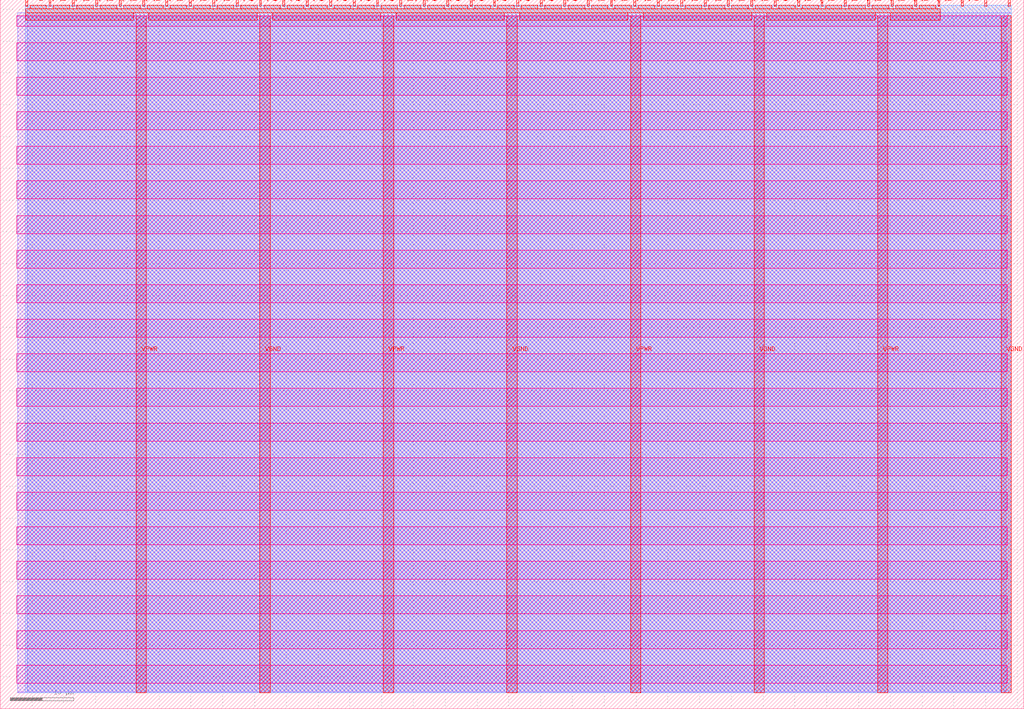
<source format=lef>
VERSION 5.7 ;
  NOWIREEXTENSIONATPIN ON ;
  DIVIDERCHAR "/" ;
  BUSBITCHARS "[]" ;
MACRO tt_um_drburke3_top
  CLASS BLOCK ;
  FOREIGN tt_um_drburke3_top ;
  ORIGIN 0.000 0.000 ;
  SIZE 161.000 BY 111.520 ;
  PIN VGND
    DIRECTION INOUT ;
    USE GROUND ;
    PORT
      LAYER met4 ;
        RECT 40.830 2.480 42.430 109.040 ;
    END
    PORT
      LAYER met4 ;
        RECT 79.700 2.480 81.300 109.040 ;
    END
    PORT
      LAYER met4 ;
        RECT 118.570 2.480 120.170 109.040 ;
    END
    PORT
      LAYER met4 ;
        RECT 157.440 2.480 159.040 109.040 ;
    END
  END VGND
  PIN VPWR
    DIRECTION INOUT ;
    USE POWER ;
    PORT
      LAYER met4 ;
        RECT 21.395 2.480 22.995 109.040 ;
    END
    PORT
      LAYER met4 ;
        RECT 60.265 2.480 61.865 109.040 ;
    END
    PORT
      LAYER met4 ;
        RECT 99.135 2.480 100.735 109.040 ;
    END
    PORT
      LAYER met4 ;
        RECT 138.005 2.480 139.605 109.040 ;
    END
  END VPWR
  PIN clk
    DIRECTION INPUT ;
    USE SIGNAL ;
    PORT
      LAYER met4 ;
        RECT 154.870 110.520 155.170 111.520 ;
    END
  END clk
  PIN ena
    DIRECTION INPUT ;
    USE SIGNAL ;
    PORT
      LAYER met4 ;
        RECT 158.550 110.520 158.850 111.520 ;
    END
  END ena
  PIN rst_n
    DIRECTION INPUT ;
    USE SIGNAL ;
    PORT
      LAYER met4 ;
        RECT 151.190 110.520 151.490 111.520 ;
    END
  END rst_n
  PIN ui_in[0]
    DIRECTION INPUT ;
    USE SIGNAL ;
    ANTENNAGATEAREA 0.196500 ;
    PORT
      LAYER met4 ;
        RECT 147.510 110.520 147.810 111.520 ;
    END
  END ui_in[0]
  PIN ui_in[1]
    DIRECTION INPUT ;
    USE SIGNAL ;
    ANTENNAGATEAREA 0.196500 ;
    PORT
      LAYER met4 ;
        RECT 143.830 110.520 144.130 111.520 ;
    END
  END ui_in[1]
  PIN ui_in[2]
    DIRECTION INPUT ;
    USE SIGNAL ;
    ANTENNAGATEAREA 0.196500 ;
    PORT
      LAYER met4 ;
        RECT 140.150 110.520 140.450 111.520 ;
    END
  END ui_in[2]
  PIN ui_in[3]
    DIRECTION INPUT ;
    USE SIGNAL ;
    ANTENNAGATEAREA 0.196500 ;
    PORT
      LAYER met4 ;
        RECT 136.470 110.520 136.770 111.520 ;
    END
  END ui_in[3]
  PIN ui_in[4]
    DIRECTION INPUT ;
    USE SIGNAL ;
    PORT
      LAYER met4 ;
        RECT 132.790 110.520 133.090 111.520 ;
    END
  END ui_in[4]
  PIN ui_in[5]
    DIRECTION INPUT ;
    USE SIGNAL ;
    PORT
      LAYER met4 ;
        RECT 129.110 110.520 129.410 111.520 ;
    END
  END ui_in[5]
  PIN ui_in[6]
    DIRECTION INPUT ;
    USE SIGNAL ;
    PORT
      LAYER met4 ;
        RECT 125.430 110.520 125.730 111.520 ;
    END
  END ui_in[6]
  PIN ui_in[7]
    DIRECTION INPUT ;
    USE SIGNAL ;
    PORT
      LAYER met4 ;
        RECT 121.750 110.520 122.050 111.520 ;
    END
  END ui_in[7]
  PIN uio_in[0]
    DIRECTION INPUT ;
    USE SIGNAL ;
    ANTENNAGATEAREA 0.196500 ;
    PORT
      LAYER met4 ;
        RECT 118.070 110.520 118.370 111.520 ;
    END
  END uio_in[0]
  PIN uio_in[1]
    DIRECTION INPUT ;
    USE SIGNAL ;
    ANTENNAGATEAREA 0.196500 ;
    PORT
      LAYER met4 ;
        RECT 114.390 110.520 114.690 111.520 ;
    END
  END uio_in[1]
  PIN uio_in[2]
    DIRECTION INPUT ;
    USE SIGNAL ;
    ANTENNAGATEAREA 0.196500 ;
    PORT
      LAYER met4 ;
        RECT 110.710 110.520 111.010 111.520 ;
    END
  END uio_in[2]
  PIN uio_in[3]
    DIRECTION INPUT ;
    USE SIGNAL ;
    ANTENNAGATEAREA 0.196500 ;
    PORT
      LAYER met4 ;
        RECT 107.030 110.520 107.330 111.520 ;
    END
  END uio_in[3]
  PIN uio_in[4]
    DIRECTION INPUT ;
    USE SIGNAL ;
    PORT
      LAYER met4 ;
        RECT 103.350 110.520 103.650 111.520 ;
    END
  END uio_in[4]
  PIN uio_in[5]
    DIRECTION INPUT ;
    USE SIGNAL ;
    PORT
      LAYER met4 ;
        RECT 99.670 110.520 99.970 111.520 ;
    END
  END uio_in[5]
  PIN uio_in[6]
    DIRECTION INPUT ;
    USE SIGNAL ;
    PORT
      LAYER met4 ;
        RECT 95.990 110.520 96.290 111.520 ;
    END
  END uio_in[6]
  PIN uio_in[7]
    DIRECTION INPUT ;
    USE SIGNAL ;
    PORT
      LAYER met4 ;
        RECT 92.310 110.520 92.610 111.520 ;
    END
  END uio_in[7]
  PIN uio_oe[0]
    DIRECTION OUTPUT TRISTATE ;
    USE SIGNAL ;
    PORT
      LAYER met4 ;
        RECT 29.750 110.520 30.050 111.520 ;
    END
  END uio_oe[0]
  PIN uio_oe[1]
    DIRECTION OUTPUT TRISTATE ;
    USE SIGNAL ;
    PORT
      LAYER met4 ;
        RECT 26.070 110.520 26.370 111.520 ;
    END
  END uio_oe[1]
  PIN uio_oe[2]
    DIRECTION OUTPUT TRISTATE ;
    USE SIGNAL ;
    PORT
      LAYER met4 ;
        RECT 22.390 110.520 22.690 111.520 ;
    END
  END uio_oe[2]
  PIN uio_oe[3]
    DIRECTION OUTPUT TRISTATE ;
    USE SIGNAL ;
    PORT
      LAYER met4 ;
        RECT 18.710 110.520 19.010 111.520 ;
    END
  END uio_oe[3]
  PIN uio_oe[4]
    DIRECTION OUTPUT TRISTATE ;
    USE SIGNAL ;
    PORT
      LAYER met4 ;
        RECT 15.030 110.520 15.330 111.520 ;
    END
  END uio_oe[4]
  PIN uio_oe[5]
    DIRECTION OUTPUT TRISTATE ;
    USE SIGNAL ;
    PORT
      LAYER met4 ;
        RECT 11.350 110.520 11.650 111.520 ;
    END
  END uio_oe[5]
  PIN uio_oe[6]
    DIRECTION OUTPUT TRISTATE ;
    USE SIGNAL ;
    PORT
      LAYER met4 ;
        RECT 7.670 110.520 7.970 111.520 ;
    END
  END uio_oe[6]
  PIN uio_oe[7]
    DIRECTION OUTPUT TRISTATE ;
    USE SIGNAL ;
    PORT
      LAYER met4 ;
        RECT 3.990 110.520 4.290 111.520 ;
    END
  END uio_oe[7]
  PIN uio_out[0]
    DIRECTION OUTPUT TRISTATE ;
    USE SIGNAL ;
    PORT
      LAYER met4 ;
        RECT 59.190 110.520 59.490 111.520 ;
    END
  END uio_out[0]
  PIN uio_out[1]
    DIRECTION OUTPUT TRISTATE ;
    USE SIGNAL ;
    PORT
      LAYER met4 ;
        RECT 55.510 110.520 55.810 111.520 ;
    END
  END uio_out[1]
  PIN uio_out[2]
    DIRECTION OUTPUT TRISTATE ;
    USE SIGNAL ;
    PORT
      LAYER met4 ;
        RECT 51.830 110.520 52.130 111.520 ;
    END
  END uio_out[2]
  PIN uio_out[3]
    DIRECTION OUTPUT TRISTATE ;
    USE SIGNAL ;
    PORT
      LAYER met4 ;
        RECT 48.150 110.520 48.450 111.520 ;
    END
  END uio_out[3]
  PIN uio_out[4]
    DIRECTION OUTPUT TRISTATE ;
    USE SIGNAL ;
    PORT
      LAYER met4 ;
        RECT 44.470 110.520 44.770 111.520 ;
    END
  END uio_out[4]
  PIN uio_out[5]
    DIRECTION OUTPUT TRISTATE ;
    USE SIGNAL ;
    PORT
      LAYER met4 ;
        RECT 40.790 110.520 41.090 111.520 ;
    END
  END uio_out[5]
  PIN uio_out[6]
    DIRECTION OUTPUT TRISTATE ;
    USE SIGNAL ;
    PORT
      LAYER met4 ;
        RECT 37.110 110.520 37.410 111.520 ;
    END
  END uio_out[6]
  PIN uio_out[7]
    DIRECTION OUTPUT TRISTATE ;
    USE SIGNAL ;
    PORT
      LAYER met4 ;
        RECT 33.430 110.520 33.730 111.520 ;
    END
  END uio_out[7]
  PIN uo_out[0]
    DIRECTION OUTPUT TRISTATE ;
    USE SIGNAL ;
    ANTENNADIFFAREA 0.445500 ;
    PORT
      LAYER met4 ;
        RECT 88.630 110.520 88.930 111.520 ;
    END
  END uo_out[0]
  PIN uo_out[1]
    DIRECTION OUTPUT TRISTATE ;
    USE SIGNAL ;
    ANTENNADIFFAREA 0.445500 ;
    PORT
      LAYER met4 ;
        RECT 84.950 110.520 85.250 111.520 ;
    END
  END uo_out[1]
  PIN uo_out[2]
    DIRECTION OUTPUT TRISTATE ;
    USE SIGNAL ;
    ANTENNADIFFAREA 0.445500 ;
    PORT
      LAYER met4 ;
        RECT 81.270 110.520 81.570 111.520 ;
    END
  END uo_out[2]
  PIN uo_out[3]
    DIRECTION OUTPUT TRISTATE ;
    USE SIGNAL ;
    PORT
      LAYER met4 ;
        RECT 77.590 110.520 77.890 111.520 ;
    END
  END uo_out[3]
  PIN uo_out[4]
    DIRECTION OUTPUT TRISTATE ;
    USE SIGNAL ;
    PORT
      LAYER met4 ;
        RECT 73.910 110.520 74.210 111.520 ;
    END
  END uo_out[4]
  PIN uo_out[5]
    DIRECTION OUTPUT TRISTATE ;
    USE SIGNAL ;
    PORT
      LAYER met4 ;
        RECT 70.230 110.520 70.530 111.520 ;
    END
  END uo_out[5]
  PIN uo_out[6]
    DIRECTION OUTPUT TRISTATE ;
    USE SIGNAL ;
    PORT
      LAYER met4 ;
        RECT 66.550 110.520 66.850 111.520 ;
    END
  END uo_out[6]
  PIN uo_out[7]
    DIRECTION OUTPUT TRISTATE ;
    USE SIGNAL ;
    PORT
      LAYER met4 ;
        RECT 62.870 110.520 63.170 111.520 ;
    END
  END uo_out[7]
  OBS
      LAYER nwell ;
        RECT 2.570 107.385 158.430 108.990 ;
        RECT 2.570 101.945 158.430 104.775 ;
        RECT 2.570 96.505 158.430 99.335 ;
        RECT 2.570 91.065 158.430 93.895 ;
        RECT 2.570 85.625 158.430 88.455 ;
        RECT 2.570 80.185 158.430 83.015 ;
        RECT 2.570 74.745 158.430 77.575 ;
        RECT 2.570 69.305 158.430 72.135 ;
        RECT 2.570 63.865 158.430 66.695 ;
        RECT 2.570 58.425 158.430 61.255 ;
        RECT 2.570 52.985 158.430 55.815 ;
        RECT 2.570 47.545 158.430 50.375 ;
        RECT 2.570 42.105 158.430 44.935 ;
        RECT 2.570 36.665 158.430 39.495 ;
        RECT 2.570 31.225 158.430 34.055 ;
        RECT 2.570 25.785 158.430 28.615 ;
        RECT 2.570 20.345 158.430 23.175 ;
        RECT 2.570 14.905 158.430 17.735 ;
        RECT 2.570 9.465 158.430 12.295 ;
        RECT 2.570 4.025 158.430 6.855 ;
      LAYER li1 ;
        RECT 2.760 2.635 158.240 108.885 ;
      LAYER met1 ;
        RECT 2.760 2.480 159.040 109.440 ;
      LAYER met2 ;
        RECT 4.230 2.535 159.010 110.685 ;
      LAYER met3 ;
        RECT 3.950 2.555 159.030 110.665 ;
      LAYER met4 ;
        RECT 4.690 110.120 7.270 110.665 ;
        RECT 8.370 110.120 10.950 110.665 ;
        RECT 12.050 110.120 14.630 110.665 ;
        RECT 15.730 110.120 18.310 110.665 ;
        RECT 19.410 110.120 21.990 110.665 ;
        RECT 23.090 110.120 25.670 110.665 ;
        RECT 26.770 110.120 29.350 110.665 ;
        RECT 30.450 110.120 33.030 110.665 ;
        RECT 34.130 110.120 36.710 110.665 ;
        RECT 37.810 110.120 40.390 110.665 ;
        RECT 41.490 110.120 44.070 110.665 ;
        RECT 45.170 110.120 47.750 110.665 ;
        RECT 48.850 110.120 51.430 110.665 ;
        RECT 52.530 110.120 55.110 110.665 ;
        RECT 56.210 110.120 58.790 110.665 ;
        RECT 59.890 110.120 62.470 110.665 ;
        RECT 63.570 110.120 66.150 110.665 ;
        RECT 67.250 110.120 69.830 110.665 ;
        RECT 70.930 110.120 73.510 110.665 ;
        RECT 74.610 110.120 77.190 110.665 ;
        RECT 78.290 110.120 80.870 110.665 ;
        RECT 81.970 110.120 84.550 110.665 ;
        RECT 85.650 110.120 88.230 110.665 ;
        RECT 89.330 110.120 91.910 110.665 ;
        RECT 93.010 110.120 95.590 110.665 ;
        RECT 96.690 110.120 99.270 110.665 ;
        RECT 100.370 110.120 102.950 110.665 ;
        RECT 104.050 110.120 106.630 110.665 ;
        RECT 107.730 110.120 110.310 110.665 ;
        RECT 111.410 110.120 113.990 110.665 ;
        RECT 115.090 110.120 117.670 110.665 ;
        RECT 118.770 110.120 121.350 110.665 ;
        RECT 122.450 110.120 125.030 110.665 ;
        RECT 126.130 110.120 128.710 110.665 ;
        RECT 129.810 110.120 132.390 110.665 ;
        RECT 133.490 110.120 136.070 110.665 ;
        RECT 137.170 110.120 139.750 110.665 ;
        RECT 140.850 110.120 143.430 110.665 ;
        RECT 144.530 110.120 147.110 110.665 ;
        RECT 3.975 109.440 147.825 110.120 ;
        RECT 3.975 108.295 20.995 109.440 ;
        RECT 23.395 108.295 40.430 109.440 ;
        RECT 42.830 108.295 59.865 109.440 ;
        RECT 62.265 108.295 79.300 109.440 ;
        RECT 81.700 108.295 98.735 109.440 ;
        RECT 101.135 108.295 118.170 109.440 ;
        RECT 120.570 108.295 137.605 109.440 ;
        RECT 140.005 108.295 147.825 109.440 ;
  END
END tt_um_drburke3_top
END LIBRARY


</source>
